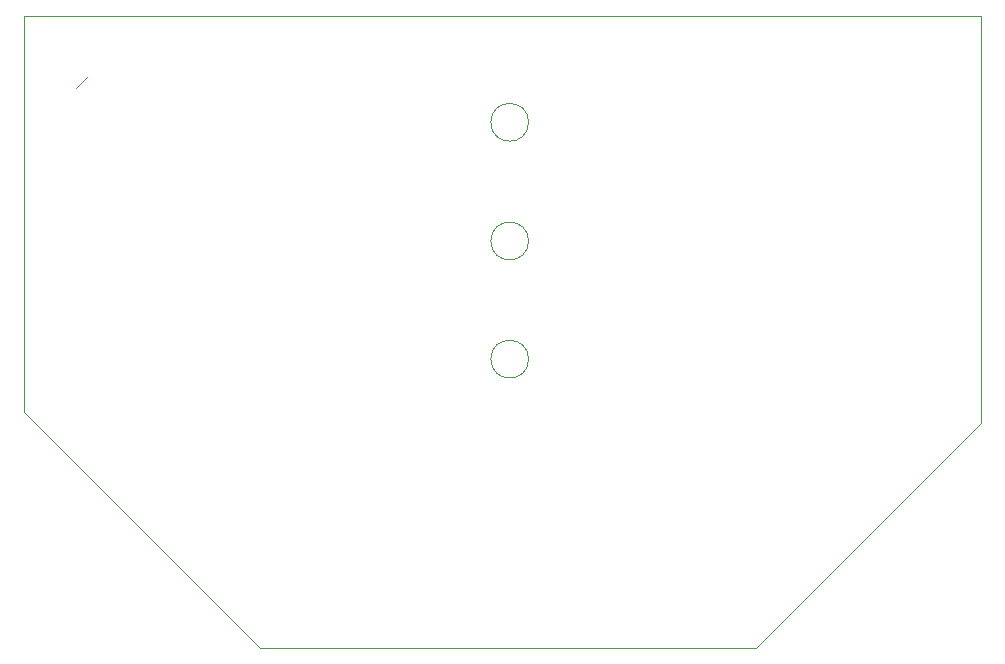
<source format=gbr>
%TF.GenerationSoftware,KiCad,Pcbnew,9.0.0*%
%TF.CreationDate,2025-03-28T02:53:08+02:00*%
%TF.ProjectId,EEE3088F_2025_Project,45454533-3038-4384-965f-323032355f50,rev?*%
%TF.SameCoordinates,Original*%
%TF.FileFunction,Profile,NP*%
%FSLAX46Y46*%
G04 Gerber Fmt 4.6, Leading zero omitted, Abs format (unit mm)*
G04 Created by KiCad (PCBNEW 9.0.0) date 2025-03-28 02:53:08*
%MOMM*%
%LPD*%
G01*
G04 APERTURE LIST*
%TA.AperFunction,Profile*%
%ADD10C,0.050000*%
%TD*%
G04 APERTURE END LIST*
D10*
X43500000Y-75500000D02*
X124500000Y-75500000D01*
X63500000Y-129000000D02*
X43500001Y-109000001D01*
X86200000Y-84500000D02*
G75*
G02*
X83000000Y-84500000I-1600000J0D01*
G01*
X83000000Y-84500000D02*
G75*
G02*
X86200000Y-84500000I1600000J0D01*
G01*
X86200000Y-94550000D02*
G75*
G02*
X83000000Y-94550000I-1600000J0D01*
G01*
X83000000Y-94550000D02*
G75*
G02*
X86200000Y-94550000I1600000J0D01*
G01*
X63500000Y-129000000D02*
X105485209Y-129000000D01*
X47860000Y-81600000D02*
X48860000Y-80600000D01*
X43500000Y-75500000D02*
X43500000Y-109000000D01*
X124500000Y-75500000D02*
X124500000Y-109970421D01*
X86200000Y-104550000D02*
G75*
G02*
X83000000Y-104550000I-1600000J0D01*
G01*
X83000000Y-104550000D02*
G75*
G02*
X86200000Y-104550000I1600000J0D01*
G01*
X105485209Y-129000000D02*
X124514791Y-109970418D01*
M02*

</source>
